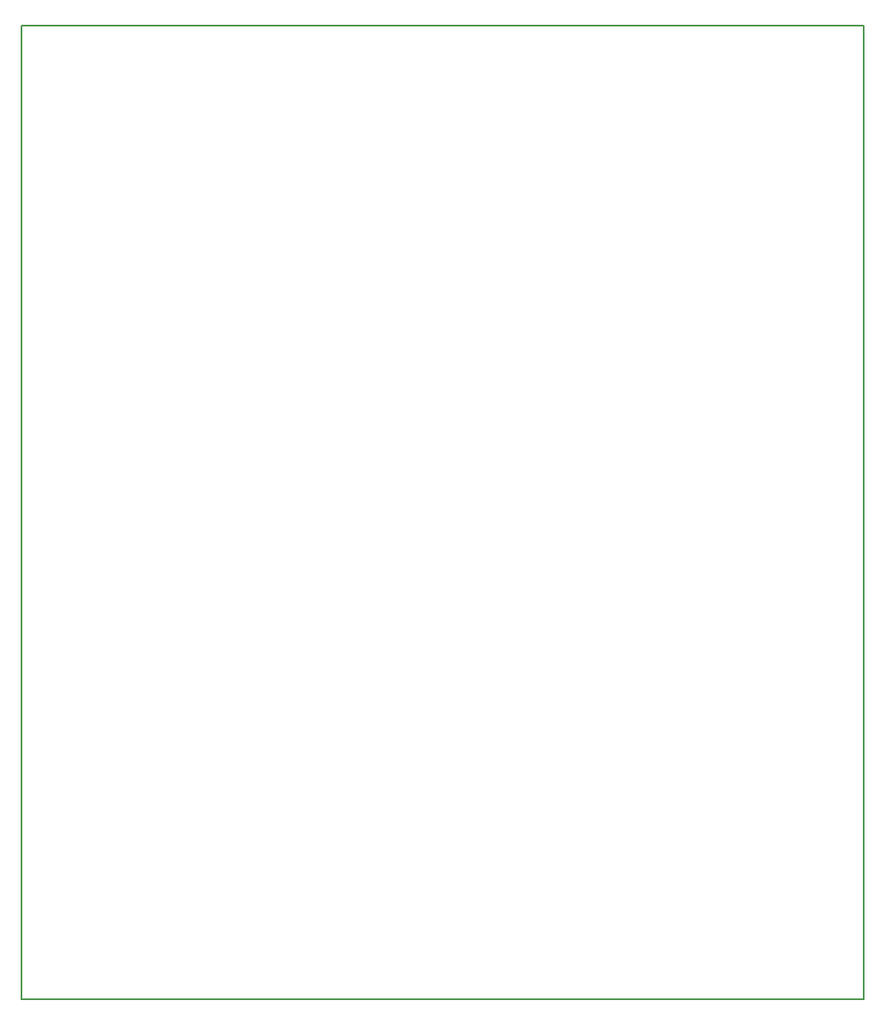
<source format=gbr>
%TF.GenerationSoftware,KiCad,Pcbnew,(6.0.10)*%
%TF.CreationDate,2023-01-18T20:55:07+05:30*%
%TF.ProjectId,RDX v2,52445820-7632-42e6-9b69-6361645f7063,rev?*%
%TF.SameCoordinates,Original*%
%TF.FileFunction,Profile,NP*%
%FSLAX46Y46*%
G04 Gerber Fmt 4.6, Leading zero omitted, Abs format (unit mm)*
G04 Created by KiCad (PCBNEW (6.0.10)) date 2023-01-18 20:55:07*
%MOMM*%
%LPD*%
G01*
G04 APERTURE LIST*
%TA.AperFunction,Profile*%
%ADD10C,0.150000*%
%TD*%
G04 APERTURE END LIST*
D10*
X70256400Y-55372000D02*
X156616400Y-55372000D01*
X156616400Y-55372000D02*
X156616400Y-155194000D01*
X156616400Y-155194000D02*
X70256400Y-155194000D01*
X70256400Y-155194000D02*
X70256400Y-55372000D01*
M02*

</source>
